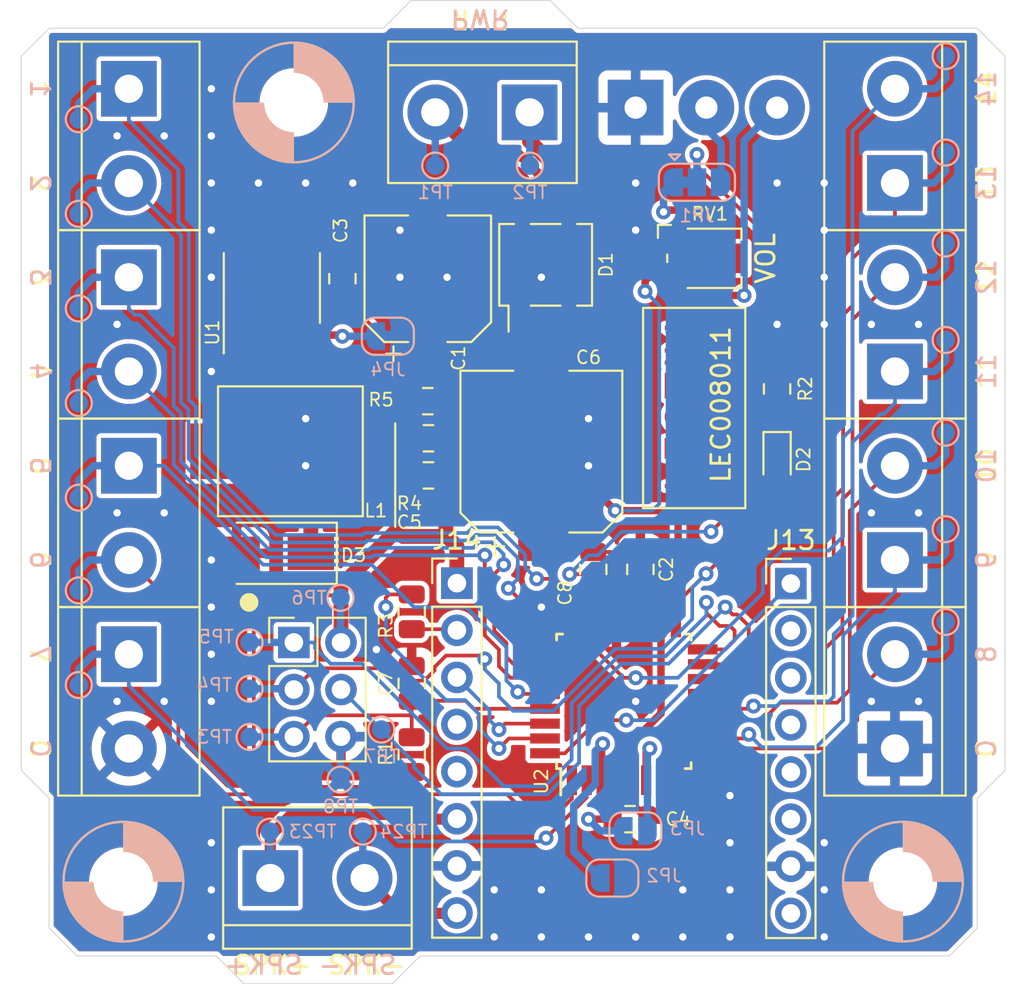
<source format=kicad_pcb>
(kicad_pcb (version 20211014) (generator pcbnew)
  (layers (0 "F.Cu" signal) (31 "B.Cu" signal) (34 "B.Paste" user) (35 "F.Paste" user) (36 "B.SilkS" user "B.Silkscreen") (37 "F.SilkS" user "F.Silkscreen") (38 "B.Mask" user) (39 "F.Mask" user) (44 "Edge.Cuts" user))
  (net 0 "")
  (net 1 "GND")
  (net 2 "Net-(C1-Pad1)")
  (net 3 "Net-(C2-Pad1)")
  (net 4 "+5V")
  (net 5 "/RESET")
  (net 6 "/SCK")
  (net 7 "Net-(D2-Pad1)")
  (net 8 "/DFP_BUSY")
  (net 15 "/SPK-")
  (net 16 "/SPK+")
  (net 19 "/DFP_TX")
  (net 20 "/DFP_RX")
  (net 21 "Net-(J2-Pad2)")
  (net 22 "/MOSI")
  (net 23 "/MISO")
  (net 24 "/S2")
  (net 25 "/S1")
  (net 26 "/S4")
  (net 27 "/S3")
  (net 28 "/S6")
  (net 29 "/S5")
  (net 30 "/S7")
  (net 31 "/S14")
  (net 32 "/S13")
  (net 33 "/S12")
  (net 34 "/S11")
  (net 35 "/S10")
  (net 36 "/S9")
  (net 37 "/S8")
  (net 38 "Net-(JP1-Pad1)")
  (net 39 "Net-(JP2-Pad2)")
  (net 40 "Net-(JP3-Pad2)")
  (net 41 "Net-(DF1-Pad2)")
  (net 42 "Net-(C5-Pad2)")
  (net 43 "Net-(D3-Pad1)")
  (net 44 "Net-(JP4-Pad1)")
  (net 45 "Net-(C8-Pad1)")
  (net 46 "Net-(D1-Pad4)")
  (net 47 "Net-(D1-Pad3)")
  (footprint "Capacitor_SMD:C_0805_2012Metric" (layer "F.Cu") (at 101.854 74.168 90)
    (fp_text reference "C2")
    (fp_text value "100nF")
  )
  (footprint "Capacitor_SMD:C_0805_2012Metric" (layer "F.Cu") (at 85.8 58.5 90)
    (fp_text reference "C3")
    (fp_text value "100nF")
  )
  (footprint "Capacitor_SMD:C_0805_2012Metric" (layer "F.Cu") (at 101.2975 87.63)
    (fp_text reference "C4")
    (fp_text value "100nF")
  )
  (footprint "Capacitor_SMD:CP_Elec_8x10.5" (layer "F.Cu") (at 96.52 67.818 90)
    (fp_text reference "C6")
    (fp_text value "1000uF")
  )
  (footprint "Capacitor_SMD:C_0805_2012Metric" (layer "F.Cu") (at 89.535 80.3125 90)
    (fp_text reference "C7")
    (fp_text value "DNP")
  )
  (footprint "LED_SMD:LED_0603_1608Metric" (layer "F.Cu") (at 109.22 68.2475 -90)
    (fp_text reference "D2")
    (fp_text value "LED")
  )
  (footprint "0_mechanical:MountingHole_3.2mm_M3" (layer "F.Cu") (at 83.185 49)
    (fp_text reference "H1" hide)
    (fp_text value "MountingHole")
  )
  (footprint "0_mechanical:MountingHole_3.2mm_M3" (layer "F.Cu") (at 116 91)
    (fp_text reference "H2" hide)
    (fp_text value "MountingHole")
  )
  (footprint "0_mechanical:MountingHole_3.2mm_M3" (layer "F.Cu") (at 74 91)
    (fp_text reference "H4" hide)
    (fp_text value "MountingHole")
  )
  (footprint "Connector_PinHeader_2.54mm:PinHeader_2x03_P2.54mm_Vertical" (layer "F.Cu") (at 83.185 78.105)
    (fp_text reference "J3" hide)
    (fp_text value "Conn_02x03_Odd_Even")
  )
  (footprint "Resistor_SMD:R_0805_2012Metric" (layer "F.Cu") (at 89.535 84.1525 90)
    (fp_text reference "R1")
    (fp_text value "10k")
  )
  (footprint "Resistor_SMD:R_0805_2012Metric" (layer "F.Cu") (at 109.22 64.4375 90)
    (fp_text reference "R2")
    (fp_text value "10k")
  )
  (footprint "Package_QFP:TQFP-32_7x7mm_P0.8mm" (layer "F.Cu") (at 100.965 81.28 90)
    (fp_text reference "U2")
    (fp_text value "ATmega88PB-AU")
  )
  (footprint "0_connectors:TerminalBlock_bornier-2_P5.08mm-green" (layer "F.Cu") (at 95.885 49.53 180)
    (fp_text reference "J1" hide)
    (fp_text value "Screw_Terminal_01x02")
  )
  (footprint "0_connectors:TerminalBlock_bornier-2_P5.08mm-blue" (layer "F.Cu") (at 74.295 48.26 -90)
    (fp_text reference "J4" hide)
    (fp_text value "Screw_Terminal_01x02")
  )
  (footprint "0_connectors:TerminalBlock_bornier-2_P5.08mm-blue" (layer "F.Cu") (at 74.295 58.42 -90)
    (fp_text reference "J5" hide)
    (fp_text value "Screw_Terminal_01x02")
  )
  (footprint "0_connectors:TerminalBlock_bornier-2_P5.08mm-blue" (layer "F.Cu") (at 74.295 68.58 -90)
    (fp_text reference "J6" hide)
    (fp_text value "Screw_Terminal_01x02")
  )
  (footprint "0_connectors:TerminalBlock_bornier-2_P5.08mm-blue" (layer "F.Cu") (at 74.295 78.74 -90)
    (fp_text reference "J7" hide)
    (fp_text value "Screw_Terminal_01x02")
  )
  (footprint "0_connectors:TerminalBlock_bornier-2_P5.08mm-blue" (layer "F.Cu") (at 115.57 53.34 90)
    (fp_text reference "J8" hide)
    (fp_text value "Screw_Terminal_01x02")
  )
  (footprint "0_connectors:TerminalBlock_bornier-2_P5.08mm-blue" (layer "F.Cu") (at 115.57 63.5 90)
    (fp_text reference "J9" hide)
    (fp_text value "Screw_Terminal_01x02")
  )
  (footprint "0_connectors:TerminalBlock_bornier-2_P5.08mm-blue" (layer "F.Cu") (at 115.57 73.66 90)
    (fp_text reference "J10" hide)
    (fp_text value "Screw_Terminal_01x02")
  )
  (footprint "0_connectors:TerminalBlock_bornier-2_P5.08mm-blue" (layer "F.Cu") (at 81.915 90.805)
    (fp_text reference "J12" hide)
    (fp_text value "Screw_Terminal_01x02")
  )
  (footprint "0_potentiometers:Potentiometer_Bourns_TC33X_Vertical" (layer "F.Cu") (at 105.4 57.4)
    (fp_text reference "RV1")
    (fp_text value "R_POT")
  )
  (footprint "0_logos:Logo_10mm" (layer "F.Cu") (at 104 65.532 90)
    (fp_text reference "LOGO1" hide)
    (fp_text value "logo_lectix_25mm" hide)
  )
  (footprint "Resistor_SMD:R_0805_2012Metric" (layer "F.Cu") (at 89.535 76.454 90)
    (fp_text reference "R3")
    (fp_text value "1k")
  )
  (footprint "0_connectors:TerminalBlock_bornier-2_P5.08mm-blue" (layer "F.Cu") (at 115.57 83.82 90)
    (fp_text reference "J11" hide)
    (fp_text value "Screw_Terminal_01x02")
  )
  (footprint "Connector_Wire:SolderWirePad_1x03_P3.81mm_Drill1.2mm" (layer "F.Cu") (at 101.6 49.276)
    (fp_text reference "J2" hide)
    (fp_text value "Conn_01x03_Female")
  )
  (footprint "Capacitor_SMD:C_0805_2012Metric" (layer "F.Cu") (at 90.4375 69.1 180)
    (fp_text reference "C5")
    (fp_text value "DNP")
  )
  (footprint "Diode_SMD:D_SMA" (layer "F.Cu") (at 82.1 73.3 180)
    (fp_text reference "D3")
    (fp_text value "100V 2A")
  )
  (footprint "0_inductors:JSHC0650-470M" (layer "F.Cu") (at 83 67.8 180)
    (fp_text reference "L1")
    (fp_text value "47uH")
  )
  (footprint "Resistor_SMD:R_0805_2012Metric" (layer "F.Cu") (at 90.4375 67.1 180)
    (fp_text reference "R4")
    (fp_text value "3k")
  )
  (footprint "Resistor_SMD:R_0805_2012Metric" (layer "F.Cu") (at 90.4 65.1)
    (fp_text reference "R5")
    (fp_text value "1k")
  )
  (footprint "Package_SO:SOP-8_3.76x4.96mm_P1.27mm" (layer "F.Cu") (at 82 59 90)
    (fp_text reference "U1")
    (fp_text value "XL1509-ADJE1")
  )
  (footprint "Capacitor_SMD:CP_Elec_6.3x7.7" (layer "F.Cu") (at 90.4 58.5 90)
    (fp_text reference "C1")
    (fp_text value "100uF")
  )
  (footprint "Capacitor_SMD:C_0805_2012Metric" (layer "F.Cu") (at 99.314 74.168 90)
    (fp_text reference "C8")
    (fp_text value "100nF")
  )
  (footprint "Package_TO_SOT_SMD:TO-269AA" (layer "F.Cu") (at 96.75 57.75 90)
    (fp_text reference "D1")
    (fp_text value "MB10S")
  )
  (footprint "Connector_PinHeader_2.54mm:PinHeader_1x08_P2.54mm_Vertical" (layer "F.Cu") (at 91.97 74.91)
    (fp_text reference "J14")
    (fp_text value "Conn_01x08_Male")
  )
  (footprint "Connector_PinHeader_2.54mm:PinHeader_1x08_P2.54mm_Vertical" (layer "F.Cu") (at 109.96 74.93)
    (fp_text reference "J13")
    (fp_text value "Conn_01x08_Male")
  )
  (footprint "Jumper:SolderJumper-3_P1.3mm_Bridged12_RoundedPad1.0x1.5mm" (layer "B.Cu") (at 104.9 53.3)
    (fp_text reference "JP1")
    (fp_text value "SolderJumper_3_Bridged12")
  )
  (footprint "Jumper:SolderJumper-2_P1.3mm_Open_RoundedPad1.0x1.5mm" (layer "B.Cu") (at 100.345 90.805 180)
    (fp_text reference "JP2")
    (fp_text value "SolderJumper_2_Open")
  )
  (footprint "Jumper:SolderJumper-2_P1.3mm_Open_RoundedPad1.0x1.5mm" (layer "B.Cu") (at 101.585 88.265)
    (fp_text reference "JP3")
    (fp_text value "SolderJumper_2_Open")
  )
  (footprint "TestPoint:TestPoint_Pad_D1.0mm" (layer "B.Cu") (at 90.8 52.4)
    (fp_text reference "TP1")
    (fp_text value "TestPoint_Probe")
  )
  (footprint "Jumper:SolderJumper-2_P1.3mm_Bridged_RoundedPad1.0x1.5mm" (layer "B.Cu") (at 88.25 61.6)
    (fp_text reference "JP4")
    (fp_text value "Jumper_NC_Small" hide)
  )
  (footprint "TestPoint:TestPoint_Pad_D1.0mm" (layer "B.Cu") (at 95.9 52.4)
    (fp_text reference "TP2")
    (fp_text value "TestPoint_Probe")
  )
  (footprint "TestPoint:TestPoint_Pad_D1.0mm" (layer "B.Cu") (at 80.8 83.2)
    (fp_text reference "TP3")
    (fp_text value "TestPoint_Probe")
  )
  (footprint "TestPoint:TestPoint_Pad_D1.0mm" (layer "B.Cu") (at 80.8 80.6)
    (fp_text reference "TP4")
    (fp_text value "TestPoint_Probe")
  )
  (footprint "TestPoint:TestPoint_Pad_D1.0mm" (layer "B.Cu") (at 80.8 78.1)
    (fp_text reference "TP5")
    (fp_text value "TestPoint_Probe")
  )
  (footprint "TestPoint:TestPoint_Pad_D1.0mm" (layer "B.Cu") (at 85.7 75.7)
    (fp_text reference "TP6")
    (fp_text value "TestPoint_Probe")
  )
  (footprint "TestPoint:TestPoint_Pad_D1.0mm" (layer "B.Cu") (at 87.9 82.8)
    (fp_text reference "TP7")
    (fp_text value "TestPoint_Probe")
  )
  (footprint "TestPoint:TestPoint_Pad_D1.0mm" (layer "B.Cu") (at 85.7 85.5)
    (fp_text reference "TP8")
    (fp_text value "TestPoint_Probe")
  )
  (footprint "TestPoint:TestPoint_Pad_D1.0mm" (layer "B.Cu") (at 71.6 49.9)
    (fp_text reference "TP9" hide)
    (fp_text value "TestPoint_Probe")
  )
  (footprint "TestPoint:TestPoint_Pad_D1.0mm" (layer "B.Cu") (at 71.6 55)
    (fp_text reference "TP10" hide)
    (fp_text value "TestPoint_Probe")
  )
  (footprint "TestPoint:TestPoint_Pad_D1.0mm" (layer "B.Cu") (at 71.6 60.1)
    (fp_text reference "TP11" hide)
    (fp_text value "TestPoint_Probe")
  )
  (footprint "TestPoint:TestPoint_Pad_D1.0mm" (layer "B.Cu") (at 71.6 65.2)
    (fp_text reference "TP12" hide)
    (fp_text value "TestPoint_Probe")
  )
  (footprint "TestPoint:TestPoint_Pad_D1.0mm" (layer "B.Cu") (at 71.6 70.3)
    (fp_text reference "TP13" hide)
    (fp_text value "TestPoint_Probe")
  )
  (footprint "TestPoint:TestPoint_Pad_D1.0mm" (layer "B.Cu") (at 71.6 75.3)
    (fp_text reference "TP14" hide)
    (fp_text value "TestPoint_Probe")
  )
  (footprint "TestPoint:TestPoint_Pad_D1.0mm" (layer "B.Cu") (at 71.6 80.4)
    (fp_text reference "TP15" hide)
    (fp_text value "TestPoint_Probe")
  )
  (footprint "TestPoint:TestPoint_Pad_D1.0mm" (layer "B.Cu") (at 118.3 77)
    (fp_text reference "TP16" hide)
    (fp_text value "TestPoint_Probe" hide)
  )
  (footprint "TestPoint:TestPoint_Pad_D1.0mm" (layer "B.Cu") (at 118.3 72)
    (fp_text reference "TP17" hide)
    (fp_text value "TestPoint_Probe" hide)
  )
  (footprint "TestPoint:TestPoint_Pad_D1.0mm" (layer "B.Cu") (at 118.3 66.8)
    (fp_text reference "TP18" hide)
    (fp_text value "TestPoint_Probe" hide)
  )
  (footprint "TestPoint:TestPoint_Pad_D1.0mm" (layer "B.Cu") (at 118.3 61.8)
    (fp_text reference "TP19" hide)
    (fp_text value "TestPoint_Probe" hide)
  )
  (footprint "TestPoint:TestPoint_Pad_D1.0mm" (layer "B.Cu") (at 118.3 56.6)
    (fp_text reference "TP20" hide)
    (fp_text value "TestPoint_Probe")
  )
  (footprint "TestPoint:TestPoint_Pad_D1.0mm" (layer "B.Cu") (at 118.3 51.7)
    (fp_text reference "TP21" hide)
    (fp_text value "TestPoint_Probe")
  )
  (footprint "TestPoint:TestPoint_Pad_D1.0mm" (layer "B.Cu") (at 118.3 46.5)
    (fp_text reference "TP22" hide)
    (fp_text value "TestPoint_Probe")
  )
  (footprint "TestPoint:TestPoint_Pad_D1.0mm" (layer "B.Cu") (at 81.9 88.3)
    (fp_text reference "TP23")
    (fp_text value "TestPoint_Probe")
  )
  (footprint "TestPoint:TestPoint_Pad_D1.0mm" (layer "B.Cu") (at 86.9 88.3)
    (fp_text reference "TP24")
    (fp_text value "TestPoint_Probe")
  )
  (gr_line (start 107.507 70.866) (end 102 70.866) (layer "F.SilkS") (width 0.12))
  (gr_circle (center 80.772 75.946) (end 81.026 75.946) (layer "F.SilkS") (width 0.5) (fill none))
  (gr_line (start 102 70.866) (end 102 60.071) (layer "F.SilkS") (width 0.12))
  (gr_line (start 102 60.071) (end 107.507 60.071) (layer "F.SilkS") (width 0.12))
  (gr_line (start 107.507 60.071) (end 107.507 70.866) (layer "F.SilkS") (width 0.12))
  (gr_line (start 88.646 66.294) (end 88.646 71.882) (layer "F.SilkS") (width 0.12))
  (gr_line (start 70 93.5) (end 70 86.5) (layer "Edge.Cuts") (width 0.05))
  (gr_line (start 79 95) (end 71.5 95) (layer "Edge.Cuts") (width 0.05))
  (gr_line (start 121.5 46.5) (end 120 45) (layer "Edge.Cuts") (width 0.05))
  (gr_line (start 98.5 45) (end 120 45) (layer "Edge.Cuts") (width 0.05))
  (gr_line (start 120 93.5) (end 118.5 95) (layer "Edge.Cuts") (width 0.05))
  (gr_line (start 68.5 46.5) (end 68.5 85) (layer "Edge.Cuts") (width 0.05))
  (gr_line (start 68.5 85) (end 70 86.5) (layer "Edge.Cuts") (width 0.05))
  (gr_line (start 70 45) (end 88 45) (layer "Edge.Cuts") (width 0.05))
  (gr_line (start 70 93.5) (end 71.5 95) (layer "Edge.Cuts") (width 0.05))
  (gr_line (start 98.5 45) (end 97 43.5) (layer "Edge.Cuts") (width 0.05))
  (gr_line (start 80.5 96.5) (end 88.5 96.5) (layer "Edge.Cuts") (width 0.05))
  (gr_line (start 121.5 47.5) (end 121.5 46.5) (layer "Edge.Cuts") (width 0.05))
  (gr_line (start 88.5 96.5) (end 90 95) (layer "Edge.Cuts") (width 0.05))
  (gr_line (start 120 86.5) (end 121.5 85) (layer "Edge.Cuts") (width 0.05))
  (gr_line (start 121.5 85) (end 121.5 47.5) (layer "Edge.Cuts") (width 0.05))
  (gr_line (start 97 43.5) (end 89.5 43.5) (layer "Edge.Cuts") (width 0.05))
  (gr_line (start 120 86.5) (end 120 93.5) (layer "Edge.Cuts") (width 0.05))
  (gr_line (start 89.5 43.5) (end 88 45) (layer "Edge.Cuts") (width 0.05))
  (gr_line (start 118.5 95) (end 90 95) (layer "Edge.Cuts") (width 0.05))
  (gr_line (start 79 95) (end 80.5 96.5) (layer "Edge.Cuts") (width 0.05))
  (gr_line (start 70 45) (end 68.5 46.5) (layer "Edge.Cuts") (width 0.05))
  (gr_text "13" (at 120.5 53.34 90) (layer "B.SilkS") (effects (font (size 1 1)) (justify mirror)))
  (gr_text "9" (at 120.5 73.66 90) (layer "B.SilkS") (effects (font (size 1 1)) (justify mirror)))
  (gr_text "C\n" (at 120.5 83.82 90) (layer "B.SilkS") (effects (font (size 1 1)) (justify mirror)))
  (gr_text "1" (at 69.5 48.26 270) (layer "B.SilkS") (effects (font (size 1 1)) (justify mirror)))
  (gr_text "4" (at 69.5 63.5 270) (layer "B.SilkS") (effects (font (size 1 1)) (justify mirror)))
  (gr_text "3" (at 69.5 58.42 270) (layer "B.SilkS") (effects (font (size 1 1)) (justify mirror)))
  (gr_text "6" (at 69.5 73.66 270) (layer "B.SilkS") (effects (font (size 1 1)) (justify mirror)))
  (gr_text "12" (at 120.5 58.42 90) (layer "B.SilkS") (effects (font (size 1 1)) (justify mirror)))
  (gr_text "10\n" (at 120.5 68.58 90) (layer "B.SilkS") (effects (font (size 1 1)) (justify mirror)))
  (gr_text "C\n" (at 69.5 83.82 270) (layer "B.SilkS") (effects (font (size 1 1)) (justify mirror)))
  (gr_text "SPK-" (at 86.614 95.5) (layer "B.SilkS") (effects (font (size 1 1)) (justify mirror)))
  (gr_text "2\n" (at 69.5 53.34 270) (layer "B.SilkS") (effects (font (size 1 1)) (justify mirror)))
  (gr_text "11" (at 120.5 63.5 90) (layer "B.SilkS") (effects (font (size 1 1)) (justify mirror)))
  (gr_text "SPK+" (at 81.534 95.5) (layer "B.SilkS") (effects (font (size 1 1)) (justify mirror)))
  (gr_text "PWR\n" (at 93.218 44.5 180) (layer "B.SilkS") (effects (font (size 1 1)) (justify mirror)))
  (gr_text "14" (at 120.5 48.26 90) (layer "B.SilkS") (effects (font (size 1 1)) (justify mirror)))
  (gr_text "7" (at 69.5 78.74 270) (layer "B.SilkS") (effects (font (size 1 1)) (justify mirror)))
  (gr_text "8" (at 120.5 78.74 90) (layer "B.SilkS") (effects (font (size 1 1)) (justify mirror)))
  (gr_text "5" (at 69.5 68.58 270) (layer "B.SilkS") (effects (font (size 1 1)) (justify mirror)))
  (gr_text "SPK-" (at 87.114 95.5) (layer "F.SilkS") (effects (font (size 1 1))))
  (gr_text "SPK+" (at 82.034 95.5) (layer "F.SilkS") (effects (font (size 1 1))))
  (gr_text "5" (at 69.5 68.58 270) (layer "F.SilkS") (effects (font (size 1 1))))
  (gr_text "C\n" (at 69.5 83.82 270) (layer "F.SilkS") (effects (font (size 1 1))))
  (gr_text "4" (at 69.5 63.5 270) (layer "F.SilkS") (effects (font (size 1 1))))
  (gr_text "3" (at 69.5 58.42 270) (layer "F.SilkS") (effects (font (size 1 1))))
  (gr_text "6" (at 69.5 73.66 270) (layer "F.SilkS") (effects (font (size 1 1))))
  (gr_text "2\n" (at 69.5 53.34 270) (layer "F.SilkS") (effects (font (size 1 1))))
  (gr_text "1" (at 69.5 48.26 270) (layer "F.SilkS") (effects (font (size 1 1))))
  (gr_text "7" (at 69.5 78.74 270) (layer "F.SilkS") (effects (font (size 1 1))))
  (gr_text "C\n" (at 120.5 83.82 90) (layer "F.SilkS") (effects (font (size 1 1))))
  (gr_text "9" (at 120.5 73.66 90) (layer "F.SilkS") (effects (font (size 1 1))))
  (gr_text "12" (at 120.5 58.42 90) (layer "F.SilkS") (effects (font (size 1 1))))
  (gr_text "8" (at 120.5 78.74 90) (layer "F.SilkS") (effects (font (size 1 1))))
  (gr_text "11" (at 120.5 63.5 90) (layer "F.SilkS") (effects (font (size 1 1))))
  (gr_text "13" (at 120.5 53.34 90) (layer "F.SilkS") (effects (font (size 1 1))))
  (gr_text "14" (at 120.5 48.26 90) (layer "F.SilkS") (effects (font (size 1 1))))
  (gr_text "10\n" (at 120.5 68.58 90) (layer "F.SilkS") (effects (font (size 1 1))))
  (gr_text "PWR\n" (at 93.218 44.5 180) (layer "F.SilkS") (effects (font (size 1 1))))
  (gr_text "VOL\n" (at 108.6 57.4 90) (layer "F.SilkS") (effects (font (size 1 1))))
  (gr_text "LEC008011\n\n" (at 107 65.278 90) (layer "F.SilkS") (effects (font (size 1 1))))
  (segment (start 88.735 79.375) (end 88.646 79.286) (width 0.2) (layer "F.Cu") (net 1))
  (segment (start 87.846 78.486) (end 87.63 78.486) (width 0.2) (layer "F.Cu") (net 1))
  (segment (start 89.535 79.375) (end 88.735 79.375) (width 0.2) (layer "F.Cu") (net 1))
  (segment (start 100.3705 73.2305) (end 99.314 73.2305) (width 0.2) (layer "F.Cu") (net 1))
  (segment (start 100.565 73.425) (end 100.3705 73.2305) (width 0.2) (layer "F.Cu") (net 1))
  (segment (start 100.7595 73.2305) (end 101.854 73.2305) (width 0.2) (layer "F.Cu") (net 1))
  (segment (start 100.565 73.425) (end 100.7595 73.2305) (width 0.2) (layer "F.Cu") (net 1))
  (segment (start 88.646 79.286) (end 87.846 78.486) (width 0.2) (layer "F.Cu") (net 1))
  (segment (start 101.365 85.53) (end 101.365 86.76) (width 0.4) (layer "F.Cu") (net 1))
  (segment (start 91.965 89.645) (end 91.965 90.17) (width 0.2) (layer "F.Cu") (net 1))
  (segment (start 101.365 86.76) (end 102.235 87.63) (width 0.4) (layer "F.Cu") (net 1))
  (segment (start 100.565 77.03) (end 100.565 73.425) (width 0.2) (layer "F.Cu") (net 1))
  (via (at 111.76 88.9) (size 0.8) (drill 0.4) (layers "F.Cu" "B.Cu") (net 1))
  (via (at 76.2 50.8) (size 0.8) (drill 0.4) (layers "F.Cu" "B.Cu") (net 1))
  (via (at 111.76 60.96) (size 0.8) (drill 0.4) (layers "F.Cu" "B.Cu") (net 1))
  (via (at 111.76 91.44) (size 0.8) (drill 0.4) (layers "F.Cu" "B.Cu") (net 1))
  (via (at 76.2 71.12) (size 0.8) (drill 0.4) (layers "F.Cu" "B.Cu") (net 1))
  (via (at 111.76 53.34) (size 0.8) (drill 0.4) (layers "F.Cu" "B.Cu") (net 1))
  (via (at 78.74 91.44) (size 0.8) (drill 0.4) (layers "F.Cu" "B.Cu") (net 1))
  (via (at 114.3 71.12) (size 0.8) (drill 0.4) (layers "F.Cu" "B.Cu") (net 1))
  (via (at 78.74 55.88) (size 0.8) (drill 0.4) (layers "F.Cu" "B.Cu") (net 1))
  (via (at 101.6 81.28) (size 0.8) (drill 0.4) (layers "F.Cu" "B.Cu") (net 1))
  (via (at 78.74 63.5) (size 0.8) (drill 0.4) (layers "F.Cu" "B.Cu") (net 1))
  (via (at 78.74 53.34) (size 0.8) (drill 0.4) (layers "F.Cu" "B.Cu") (net 1))
  (via (at 78.74 73.66) (size 0.8) (drill 0.4) (layers "F.Cu" "B.Cu") (net 1))
  (via (at 88.9 58.42) (size 0.8) (drill 0.4) (layers "F.Cu" "B.Cu") (net 1))
  (via (at 109.22 60.96) (size 0.8) (drill 0.4) (layers "F.Cu" "B.Cu") (net 1))
  (via (at 114.3 81.28) (size 0.8) (drill 0.4) (layers "F.Cu" "B.Cu") (net 1))
  (via (at 91.44 58.42) (size 0.8) (drill 0.4) (layers "F.Cu" "B.Cu") (net 1))
  (via (at 83.82 53.34) (size 0.8) (drill 0.4) (layers "F.Cu" "B.Cu") (net 1))
  (via (at 83.82 68.58) (size 0.8) (drill 0.4) (layers "F.Cu" "B.Cu") (net 1))
  (via (at 101.6 53.34) (size 0.8) (drill 0.4) (layers "F.Cu" "B.Cu") (net 1))
  (via (at 86.36 53.34) (size 0.8) (drill 0.4) (layers "F.Cu" "B.Cu") (net 1))
  (via (at 111.76 93.98) (size 0.8) (drill 0.4) (layers "F.Cu" "B.Cu") (net 1))
  (via (at 99.06 68.58) (size 0.8) (drill 0.4) (layers "F.Cu" "B.Cu") (net 1))
  (via (at 99.06 66.04) (size 0.8) (drill 0.4) (layers "F.Cu" "B.Cu") (net 1))
  (via (at 78.74 58.42) (size 0.8) (drill 0.4) (layers "F.Cu" "B.Cu") (net 1))
  (via (at 114.3 60.96) (size 0.8) (drill 0.4) (layers "F.Cu" "B.Cu") (net 1))
  (via (at 93.98 91.44) (size 0.8) (drill 0.4) (layers "F.Cu" "B.Cu") (net 1))
  (via (at 106.68 86.36) (size 0.8) (drill 0.4) (layers "F.Cu" "B.Cu") (net 1))
  (via (at 78.74 76.2) (size 0.8) (drill 0.4) (layers "F.Cu" "B.Cu") (net 1))
  (via (at 93.98 93.98) (size 0.8) (drill 0.4) (layers "F.Cu" "B.Cu") (net 1))
  (via (at 111.76 55.88) (size 0.8) (drill 0.4) (layers "F.Cu" "B.Cu") (net 1))
  (via (at 78.74 93.98) (size 0.8) (drill 0.4) (layers "F.Cu" "B.Cu") (net 1))
  (via (at 106.68 93.98) (size 0.8) (drill 0.4) (layers "F.Cu" "B.Cu") (net 1))
  (via (at 106.68 88.9) (size 0.8) (drill 0.4) (layers "F.Cu" "B.Cu") (net 1))
  (via (at 81.28 53.34) (size 0.8) (drill 0.4) (layers "F.Cu" "B.Cu") (net 1))
  (via (at 101.6 55.88) (size 0.8) (drill 0.4) (layers "F.Cu" "B.Cu") (net 1))
  (via (at 104.14 91.44) (size 0.8) (drill 0.4) (layers "F.Cu" "B.Cu") (net 1))
  (via (at 78.74 50.8) (size 0.8) (drill 0.4) (layers "F.Cu" "B.Cu") (net 1))
  (via (at 76.2 81.28) (size 0.8) (drill 0.4) (layers "F.Cu" "B.Cu") (net 1))
  (via (at 106.68 91.44) (size 0.8) (drill 0.4) (layers "F.Cu" "B.Cu") (net 1))
  (via (at 87.63 78.486) (size 0.8) (drill 0.4) (layers "F.Cu" "B.Cu") (net 1))
  (via (at 78.74 48.26) (size 0.8) (drill 0.4) (layers "F.Cu" "B.Cu") (net 1))
  (via (at 73.66 60.96) (size 0.8) (drill 0.4) (layers "F.Cu" "B.Cu") (net 1))
  (via (at 83.82 66.04) (size 0.8) (drill 0.4) (layers "F.Cu" "B.Cu") (net 1))
  (via (at 73.66 71.12) (size 0.8) (drill 0.4) (layers "F.Cu" "B.Cu") (net 1))
  (via (at 116.84 71.12) (size 0.8) (drill 0.4) (layers "F.Cu" "B.Cu") (net 1))
  (via (at 96.52 58.42) (size 0.8) (drill 0.4) (layers "F.Cu" "B.Cu") (net 1))
  (via (at 116.84 60.96) (size 0.8) (drill 0.4) (layers "F.Cu" "B.Cu") (net 1))
  (via (at 111.76 58.42) (size 0.8) (drill 0.4) (layers "F.Cu" "B.Cu") (net 1))
  (via (at 104.14 93.98) (size 0.8) (drill 0.4) (layers "F.Cu" "B.Cu") (net 1))
  (via (at 96.52 91.44) (size 0.8) (drill 0.4) (layers "F.Cu" "B.Cu") (net 1))
  (via (at 101.6 93.98) (size 0.8) (drill 0.4) (layers "F.Cu" "B.Cu") (net 1))
  (via (at 99.06 93.98) (size 0.8) (drill 0.4) (layers "F.Cu" "B.Cu") (net 1))
  (via (at 78.74 81.28) (size 0.8) (drill 0.4) (layers "F.Cu" "B.Cu") (net 1))
  (via (at 78.74 88.9) (size 0.8) (drill 0.4) (layers "F.Cu" "B.Cu") (net 1))
  (via (at 109.22 53.34) (size 0.8) (drill 0.4) (layers "F.Cu" "B.Cu") (net 1))
  (via (at 73.66 50.8) (size 0.8) (drill 0.4) (layers "F.Cu" "B.Cu") (net 1))
  (via (at 88.9 55.88) (size 0.8) (drill 0.4) (layers "F.Cu" "B.Cu") (net 1))
  (via (at 116.84 81.28) (size 0.8) (drill 0.4) (layers "F.Cu" "B.Cu") (net 1))
  (via (at 96.52 93.98) (size 0.8) (drill 0.4) (layers "F.Cu" "B.Cu") (net 1))
  (via (at 73.66 81.28) (size 0.8) (drill 0.4) (layers "F.Cu" "B.Cu") (net 1))
  (via (at 96.52 76.2) (size 0.8) (drill 0.4) (layers "F.Cu" "B.Cu") (net 1))
  (via (at 78.74 78.74) (size 0.8) (drill 0.4) (layers "F.Cu" "B.Cu") (net 1))
  (segment (start 85.7 83.21) (end 85.725 83.185) (width 0.4) (layer "B.Cu") (net 1))
  (segment (start 85.7 85.5) (end 85.7 83.21) (width 0.4) (layer "B.Cu") (net 1))
  (segment (start 93 61.2) (end 90.4 61.2) (width 0.8) (layer "F.Cu") (net 2))
  (segment (start 85.8 59.4375) (end 80.3625 59.4375) (width 0.8) (layer "F.Cu") (net 2))
  (segment (start 87.2375 59.4375) (end 85.8 59.4375) (width 0.8) (layer "F.Cu") (net 2))
  (segment (start 90.4 61.2) (end 88.6 61.2) (width 0.8) (layer "F.Cu") (net 2))
  (segment (start 93.375 60.825) (end 95.48 60.825) (width 0.8) (layer "F.Cu") (net 2))
  (segment (start 87.7 60.3) (end 87.7 59.9) (width 0.8) (layer "F.Cu") (net 2))
  (segment (start 88.6 61.2) (end 87.7 60.3) (width 0.8) (layer "F.Cu") (net 2))
  (segment (start 87.7 59.9) (end 87.2375 59.4375) (width 0.8) (layer "F.Cu") (net 2))
  (segment (start 80.3625 59.4375) (end 80.095 59.705) (width 0.8) (layer "F.Cu") (net 2))
  (segment (start 80.095 59.705) (end 80.095 61.5375) (width 0.8) (layer "F.Cu") (net 2))
  (segment (start 93 61.2) (end 93.375 60.825) (width 0.8) (layer "F.Cu") (net 2))
  (segment (start 101.365 75.5945) (end 101.854 75.1055) (width 0.2) (layer "F.Cu") (net 3))
  (segment (start 101.365 77.03) (end 101.365 75.5945) (width 0.2) (layer "F.Cu") (net 3))
  (segment (start 91.44 72.39) (end 91.965 72.915) (width 0.8) (layer "F.Cu") (net 4))
  (segment (start 82.587991 85.889991) (end 81.026 84.328) (width 0.2) (layer "F.Cu") (net 4))
  (segment (start 97 69.6) (end 91.75 69.6) (width 0.8) (layer "F.Cu") (net 4))
  (segment (start 91.375 69.1) (end 91.375 69.975) (width 0.8) (layer "F.Cu") (net 4))
  (segment (start 91.375 69.975) (end 91.375 72.325) (width 0.8) (layer "F.Cu") (net 4))
  (segment (start 100.565 84.33) (end 102.965 81.93) (width 0.4) (layer "F.Cu") (net 4))
  (segment (start 88.72975 71.19175) (end 88.72975 72.05225) (width 0.8) (layer "F.Cu") (net 4))
  (segment (start 100.36 87.63) (end 99.06 87.63) (width 0.4) (layer "F.Cu") (net 4))
  (segment (start 100.5 71) (end 99.1 69.6) (width 0.4) (layer "F.Cu") (net 4))
  (segment (start 91.375 72.325) (end 91.44 72.39) (width 0.8) (layer "F.Cu") (net 4))
  (segment (start 102.965 77.03) (end 102.965 75.83) (width 0.4) (layer "F.Cu") (net 4))
  (segment (start 102.324315 58.4) (end 103.6 58.4) (width 0.4) (layer "F.Cu") (net 4))
  (segment (start 100.565 87.425) (end 100.36 87.63) (width 0.4) (layer "F.Cu") (net 4))
  (segment (start 102.965 81.93) (end 102.965 78.23) (width 0.4) (layer "F.Cu") (net 4))
  (segment (start 100.565 85.53) (end 100.565 84.33) (width 0.4) (layer "F.Cu") (net 4))
  (segment (start 88.72975 72.05225) (end 89.0675 72.39) (width 0.8) (layer "F.Cu") (net 4))
  (segment (start 99.1 69.6) (end 97 69.6) (width 0.4) (layer "F.Cu") (net 4))
  (segment (start 91.965 72.915) (end 91.965 74.93) (width 0.8) (layer "F.Cu") (net 4))
  (segment (start 89.535 85.09) (end 88.735009 85.889991) (width 0.2) (layer "F.Cu") (net 4))
  (segment (start 103.886 71.286) (end 103.6 71) (width 0.4) (layer "F.Cu") (net 4))
  (segment (start 105.1 58.4) (end 103.6 58.4) (width 0.4) (layer "F.Cu") (net 4))
  (segment (start 100.565 85.53) (end 100.565 87.425) (width 0.4) (layer "F.Cu") (net 4))
  (segment (start 81.026 76.2) (end 81.661 75.565) (width 0.2) (layer "F.Cu") (net 4))
  (segment (start 88.735009 85.889991) (end 82.587991 85.889991) (width 0.2) (layer "F.Cu") (net 4))
  (segment (start 107.442 59.4) (end 106.1 59.4) (width 0.4) (layer "F.Cu") (net 4))
  (segment (start 103.886 74.909) (end 103.886 71.286) (width 0.4) (layer "F.Cu") (net 4))
  (segment (start 81.661 75.565) (end 85.725 75.565) (width 0.2) (layer "F.Cu") (net 4))
  (segment (start 91.75 69.6) (end 91.375 69.975) (width 0.8) (layer "F.Cu") (net 4))
  (segment (start 103.6 71) (end 100.5 71) (width 0.4) (layer "F.Cu") (net 4))
  (segment (start 86.9 69.362) (end 88.72975 71.19175) (width 0.8) (layer "F.Cu") (net 4))
  (segment (start 81.026 84.328) (end 81.026 76.2) (width 0.2) (layer "F.Cu") (net 4))
  (segment (start 102.108 59.182) (end 102.108 58.616315) (width 0.4) (layer "F.Cu") (net 4))
  (segment (start 85.725 75.057) (end 88.72975 72.05225) (width 0.8) (layer "F.Cu") (net 4))
  (segment (start 106.1 59.4) (end 105.1 58.4) (width 0.4) (layer "F.Cu") (net 4))
  (segment (start 102.108 58.616315) (end 102.324315 58.4) (width 0.4) (layer "F.Cu") (net 4))
  (segment (start 91.375 67.1) (end 91.375 69.1) (width 0.8) (layer "F.Cu") (net 4))
  (segment (start 85.725 75.565) (end 85.725 75.057) (width 0.8) (layer "F.Cu") (net 4))
  (segment (start 86.9 67.8) (end 86.9 69.362) (width 0.8) (layer "F.Cu") (net 4))
  (segment (start 102.965 78.23) (end 102.965 77.03) (width 0.4) (layer "F.Cu") (net 4))
  (segment (start 89.0675 72.39) (end 91.44 72.39) (width 0.8) (layer "F.Cu") (net 4))
  (segment (start 102.965 75.83) (end 103.886 74.909) (width 0.4) (layer "F.Cu") (net 4))
  (segment (start 85.725 78.105) (end 85.725 75.565) (width 0.8) (layer "F.Cu") (net 4))
  (via (at 99.06 87.63) (size 0.8) (drill 0.4) (layers "F.Cu" "B.Cu") (net 4))
  (via (at 107.442 59.4) (size 0.8) (drill 0.4) (layers "F.Cu" "B.Cu") (net 4))
  (via (at 100.5 71) (size 0.8) (drill 0.4) (layers "F.Cu" "B.Cu") (net 4))
  (via (at 102.108 59.182) (size 0.8) (drill 0.4) (layers "F.Cu" "B.Cu") (net 4))
  (segment (start 100.935 88.265) (end 99.695 88.265) (width 0.4) (layer "B.Cu") (net 4))
  (segment (start 102.87 70.63) (end 102.5 71) (width 0.2) (layer "B.Cu") (net 4))
  (segment (start 99.695 88.265) (end 99.06 87.63) (width 0.4) (layer "B.Cu") (net 4))
  (segment (start 85.7 75.7) (end 85.7 78.08) (width 0.4) (layer "B.Cu") (net 4))
  (segment (start 85.7 78.08) (end 85.725 78.105) (width 0.4) (layer "B.Cu") (net 4))
  (segment (start 102.87 59.944) (end 102.87 70.63) (width 0.2) (layer "B.Cu") (net 4))
  (segment (start 102.108 59.182) (end 102.87 59.944) (width 0.2) (layer "B.Cu") (net 4))
  (segment (start 102.5 71) (end 100.5 71) (width 0.2) (layer "B.Cu") (net 4))
  (segment (start 107.442 59.4) (end 107.442 51.054) (width 0.4) (layer "B.Cu") (net 4))
  (segment (start 107.442 51.054) (end 109.22 49.276) (width 0.4) (layer "B.Cu") (net 4))
  (segment (start 84.335001 82.034999) (end 89.415001 82.034999) (width 0.2) (layer "F.Cu") (net 5))
  (segment (start 89.415001 82.034999) (end 89.535 81.915) (width 0.2) (layer "F.Cu") (net 5))
  (segment (start 96.715 81.68) (end 92.871002 81.68) (width 0.2) (layer "F.Cu") (net 5))
  (segment (start 89.535 83.215) (end 89.535 81.915) (width 0.2) (layer "F.Cu") (net 5))
  (segment (start 92.871002 81.68) (end 92.441002 81.25) (width 0.2) (layer "F.Cu") (net 5))
  (segment (start 92.441002 81.25) (end 89.535 81.25) (width 0.2) (layer "F.Cu") (net 5))
  (segment (start 83.185 83.185) (end 84.335001 82.034999) (width 0.2) (layer "F.Cu") (net 5))
  (segment (start 89.535 81.915) (end 89.535 81.25) (width 0.2) (layer "F.Cu") (net 5))
  (segment (start 83.17 83.2) (end 83.185 83.185) (width 0.4) (layer "B.Cu") (net 5))
  (segment (start 80.8 83.2) (end 83.17 83.2) (width 0.4) (layer "B.Cu") (net 5))
  (segment (start 103.765 77.03) (end 103.765 76.03) (width 0.2) (layer "F.Cu") (net 6))
  (segment (start 88.130999 79.494999) (end 88.79851 80.16251) (width 0.2) (layer "F.Cu") (net 6))
  (segment (start 103.765 76.03) (end 105.3915 74.4035) (width 0.2) (layer "F.Cu") (net 6))
  (segment (start 88.79851 80.16251) (end 90.216484 80.16251) (width 0.2) (layer "F.Cu") (net 6))
  (segment (start 90.764999 79.613995) (end 90.764999 79.433999) (width 0.2) (layer "F.Cu") (net 6))
  (segment (start 84.335001 79.494999) (end 88.130999 79.494999) (width 0.2) (layer "F.Cu") (net 6))
  (segment (start 105.3915 74.4035) (end 109.22 70.575) (width 0.2) (layer "F.Cu") (net 6))
  (segment (start 93.287999 78.809999) (end 93.472 78.994) (width 0.2) (layer "F.Cu") (net 6))
  (segment (start 109.22 70.575) (end 109.22 69.7725) (width 0.2) (layer "F.Cu") (net 6))
  (segment (start 90.216484 80.16251) (end 90.764999 79.613995) (width 0.2) (layer "F.Cu") (net 6))
  (segment (start 109.22 69.7725) (end 109.22 69.185) (width 0.2) (layer "F.Cu") (net 6))
  (segment (start 91.388999 78.809999) (end 93.287999 78.809999) (width 0.2) (layer "F.Cu") (net 6))
  (segment (start 90.764999 79.433999) (end 91.388999 78.809999) (width 0.2) (layer "F.Cu") (net 6))
  (segment (start 83.185 80.645) (end 84.335001 79.494999) (width 0.2) (layer "F.Cu") (net 6))
  (via (at 93.472 78.994) (size 0.8) (drill 0.4) (layers "F.Cu" "B.Cu") (net 6))
  (via (at 105.3915 74.4035) (size 0.8) (drill 0.4) (layers "F.Cu" "B.Cu") (net 6))
  (segment (start 93.472 79.559685) (end 94.234 80.321685) (width 0.2) (layer "B.Cu") (net 6))
  (segment (start 94.996 81.788) (end 97.166603 81.788) (width 0.2) (layer "B.Cu") (net 6))
  (segment (start 94.234 80.321685) (end 94.234 81.026) (width 0.2) (layer "B.Cu") (net 6))
  (segment (start 104.648 75.147) (end 105.3915 74.4035) (width 0.2) (layer "B.Cu") (net 6))
  (segment (start 93.472 78.994) (end 93.472 79.559685) (width 0.2) (layer "B.Cu") (net 6))
  (segment (start 94.234 81.026) (end 94.996 81.788) (width 0.2) (layer "B.Cu") (net 6))
  (segment (start 104.648 76.846604) (end 104.648 75.147) (width 0.2) (layer "B.Cu") (net 6))
  (segment (start 100.506622 78.44798) (end 103.046624 78.44798) (width 0.2) (layer "B.Cu") (net 6))
  (segment (start 83.14 80.6) (end 83.185 80.645) (width 0.4) (layer "B.Cu") (net 6))
  (segment (start 103.046624 78.44798) (end 104.648 76.846604) (width 0.2) (layer "B.Cu") (net 6))
  (segment (start 80.8 80.6) (end 83.14 80.6) (width 0.4) (layer "B.Cu") (net 6))
  (segment (start 97.166603 81.788) (end 100.506622 78.44798) (width 0.2) (layer "B.Cu") (net 6))
  (segment (start 109.22 65.375) (end 109.22 67.31) (width 0.2) (layer "F.Cu") (net 7))
  (segment (start 99.568 82.296) (end 101.092 82.296) (width 0.2) (layer "F.Cu") (net 8))
  (segment (start 96.715 84.08) (end 97.784 84.08) (width 0.2) (layer "F.Cu") (net 8))
  (segment (start 97.784 84.08) (end 99.568 82.296) (width 0.2) (layer "F.Cu") (net 8))
  (via (at 101.092 82.296) (size 0.8) (drill 0.4) (layers "F.Cu" "B.Cu") (net 8))
  (segment (start 101.092 82.296) (end 102.599 82.296) (width 0.2) (layer "B.Cu") (net 8))
  (segment (start 102.599 82.296) (end 109.965 74.93) (width 0.2) (layer "B.Cu") (net 8))
  (segment (start 91.965 92.71) (end 88.9 92.71) (width 0.6) (layer "F.Cu") (net 15))
  (segment (start 88.9 92.71) (end 86.995 90.805) (width 0.6) (layer "F.Cu") (net 15))
  (segment (start 86.9 88.3) (end 86.9 90.71) (width 0.4) (layer "B.Cu") (net 15))
  (segment (start 86.9 90.71) (end 86.995 90.805) (width 0.4) (layer "B.Cu") (net 15))
  (segment (start 81.915 88.519) (end 81.915 90.805) (width 0.6) (layer "F.Cu") (net 16))
  (segment (start 90.692208 87.63) (end 90.438208 87.376) (width 0.6) (layer "F.Cu") (net 16))
  (segment (start 83.058 87.376) (end 81.915 88.519) (width 0.6) (layer "F.Cu") (net 16))
  (segment (start 91.965 87.63) (end 90.692208 87.63) (width 0.6) (layer "F.Cu") (net 16))
  (segment (start 90.438208 87.376) (end 83.058 87.376) (width 0.6) (layer "F.Cu") (net 16))
  (segment (start 81.9 90.79) (end 81.915 90.805) (width 0.4) (layer "B.Cu") (net 16))
  (segment (start 81.9 88.3) (end 81.9 90.79) (width 0.4) (layer "B.Cu") (net 16))
  (segment (start 94.558 82.48) (end 94.234 82.804) (width 0.2) (layer "F.Cu") (net 19))
  (segment (start 96.715 82.48) (end 94.558 82.48) (width 0.2) (layer "F.Cu") (net 19))
  (via (at 94.234 82.804) (size 0.8) (drill 0.4) (layers "F.Cu" "B.Cu") (net 19))
  (segment (start 94.234 82.804) (end 93.726 82.296) (width 0.2) (layer "B.Cu") (net 19))
  (segment (start 93.726 81.771) (end 91.965 80.01) (width 0.2) (layer "B.Cu") (net 19))
  (segment (start 93.726 82.296) (end 93.726 81.771) (width 0.2) (layer "B.Cu") (net 19))
  (segment (start 94.774 83.28) (end 94.234 83.82) (width 0.2) (layer "F.Cu") (net 20))
  (segment (start 88.138 76.2) (end 88.138 75.692) (width 0.2) (layer "F.Cu") (net 20))
  (segment (start 88.3135 75.5165) (end 89.535 75.5165) (width 0.2) (layer "F.Cu") (net 20))
  (segment (start 88.138 75.692) (end 88.3135 75.5165) (width 0.2) (layer "F.Cu") (net 20))
  (segment (start 96.715 83.28) (end 94.774 83.28) (width 0.2) (layer "F.Cu") (net 20))
  (via (at 88.138 76.2) (size 0.8) (drill 0.4) (layers "F.Cu" "B.Cu") (net 20))
  (via (at 94.234 83.82) (size 0.8) (drill 0.4) (layers "F.Cu" "B.Cu") (net 20))
  (segment (start 91.370001 81.210001) (end 88.138 77.978) (width 0.2) (layer "B.Cu") (net 20))
  (segment (start 88.138 77.978) (end 88.138 76.2) (width 0.2) (layer "B.Cu") (net 20))
  (segment (start 92.401003 81.210001) (end 91.370001 81.210001) (width 0.2) (layer "B.Cu") (net 20))
  (segment (start 93.165001 82.751001) (end 93.165001 81.973999) (width 0.2) (layer "B.Cu") (net 20))
  (segment (start 93.165001 81.973999) (end 92.401003 81.210001) (width 0.2) (layer "B.Cu") (net 20))
  (segment (start 94.234 83.82) (end 93.165001 82.751001) (width 0.2) (layer "B.Cu") (net 20))
  (segment (start 105.41 50.41) (end 106.2 51.2) (width 0.4) (layer "B.Cu") (net 21))
  (segment (start 105.41 49.276) (end 105.41 50.41) (width 0.4) (layer "B.Cu") (net 21))
  (segment (start 106.2 51.2) (end 106.2 53.3) (width 0.4) (layer "B.Cu") (net 21))
  (segment (start 106.394 79.28) (end 105.215 79.28) (width 0.2) (layer "F.Cu") (net 22))
  (segment (start 107.696 77.216) (end 107.696 77.978) (width 0.2) (layer "F.Cu") (net 22))
  (segment (start 106.825999 76.599999) (end 107.079999 76.599999) (width 0.2) (layer "F.Cu") (net 22))
  (segment (start 107.696 77.978) (end 106.394 79.28) (width 0.2) (layer "F.Cu") (net 22))
  (segment (start 107.079999 76.599999) (end 107.696 77.216) (width 0.2) (layer "F.Cu") (net 22))
  (segment (start 106.426 76.2) (end 106.825999 76.599999) (width 0.2) (layer "F.Cu") (net 22))
  (via (at 106.426 76.2) (size 0.8) (drill 0.4) (layers "F.Cu" "B.Cu") (net 22))
  (segment (start 96.843999 86.290001) (end 98.552 84.582) (width 0.2) (layer "B.Cu") (net 22))
  (segment (start 91.116001 86.290001) (end 96.843999 86.290001) (width 0.2) (layer "B.Cu") (net 22))
  (segment (start 103.378 79.248) (end 106.426 76.2) (width 0.2) (layer "B.Cu") (net 22))
  (segment (start 89.662 84.582) (end 89.662 84.836) (width 0.2) (layer "B.Cu") (net 22))
  (segment (start 98.552 84.582) (end 98.552 81.534) (width 0.2) (layer "B.Cu") (net 22))
  (segment (start 87.884 82.804) (end 89.408 84.328) (width 0.2) (layer "B.Cu") (net 22))
  (segment (start 100.838 79.248) (end 103.378 79.248) (width 0.2) (layer "B.Cu") (net 22))
  (segment (start 98.552 81.534) (end 100.838 79.248) (width 0.2) (layer "B.Cu") (net 22))
  (segment (start 85.725 80.645) (end 87.884 82.804) (width 0.2) (layer "B.Cu") (net 22))
  (segment (start 89.662 84.836) (end 91.116001 86.290001) (width 0.2) (layer "B.Cu") (net 22))
  (segment (start 89.408 84.328) (end 89.662 84.582) (width 0.2) (layer "B.Cu") (net 22))
  (segment (start 106.68 77.216) (end 106.934 77.47) (width 0.2) (layer "F.Cu") (net 23))
  (segment (start 105.41 76.511685) (end 106.114315 77.216) (width 0.2) (layer "F.Cu") (net 23))
  (segment (start 106.114315 77.216) (end 106.68 77.216) (width 0.2) (layer "F.Cu") (net 23))
  (segment (start 106.432 78.48) (end 105.215 78.48) (width 0.2) (layer "F.Cu") (net 23))
  (segment (start 106.934 77.978) (end 106.432 78.48) (width 0.2) (layer "F.Cu") (net 23))
  (segment (start 106.934 77.47) (end 106.934 77.978) (width 0.2) (layer "F.Cu") (net 23))
  (segment (start 105.41 75.946) (end 105.41 76.511685) (width 0.2) (layer "F.Cu") (net 23))
  (via (at 105.41 75.946) (size 0.8) (drill 0.4) (layers "F.Cu" "B.Cu") (net 23))
  (segment (start 84.328 78.410002) (end 85.172999 79.255001) (width 0.2) (layer "B.Cu") (net 23))
  (segment (start 103.212312 78.84799) (end 105.41 76.650302) (width 0.2) (layer "B.Cu") (net 23))
  (segment (start 96.716302 85.852) (end 98.15199 84.416312) (width 0.2) (layer "B.Cu") (net 23))
  (segment (start 83.18 78.1) (end 83.185 78.105) (width 0.4) (layer "B.Cu") (net 23))
  (segment (start 92.471002 83.82) (end 94.249002 85.598) (width 0.2) (layer "B.Cu") (net 23))
  (segment (start 91.44 83.82) (end 92.471002 83.82) (width 0.2) (layer "B.Cu") (net 23))
  (segment (start 100.672311 78.84799) (end 103.212312 78.84799) (width 0.2) (layer "B.Cu") (net 23))
  (segment (start 80.8 78.1) (end 83.18 78.1) (width 0.4) (layer "B.Cu") (net 23))
  (segment (start 83.185 78.105) (end 84.235 78.105) (width 0.2) (layer "B.Cu") (net 23))
  (segment (start 84.328 78.198) (end 84.328 78.410002) (width 0.2) (layer "B.Cu") (net 23))
  (segment (start 98.15199 84.416312) (end 98.15199 81.368311) (width 0.2) (layer "B.Cu") (net 23))
  (segment (start 94.488 85.852) (end 96.716302 85.852) (width 0.2) (layer "B.Cu") (net 23))
  (segment (start 84.235 78.105) (end 84.328 78.198) (width 0.2) (layer "B.Cu") (net 23))
  (segment (start 86.875001 79.255001) (end 91.44 83.82) (width 0.2) (layer "B.Cu") (net 23))
  (segment (start 94.249002 85.613002) (end 94.488 85.852) (width 0.2) (layer "B.Cu") (net 23))
  (segment (start 94.249002 85.598) (end 94.249002 85.613002) (width 0.2) (layer "B.Cu") (net 23))
  (segment (start 105.41 76.650302) (end 105.41 75.946) (width 0.2) (layer "B.Cu") (net 23))
  (segment (start 85.172999 79.255001) (end 86.875001 79.255001) (width 0.2) (layer "B.Cu") (net 23))
  (segment (start 98.15199 81.368311) (end 100.43799 79.082311) (width 0.2) (layer "B.Cu") (net 23))
  (segment (start 100.43799 79.082311) (end 100.672311 78.84799) (width 0.2) (layer "B.Cu") (net 23))
  (segment (start 95.504 78.486) (end 95.25 78.232) (width 0.2) (layer "F.Cu") (net 24))
  (segment (start 95.764 78.48) (end 95.758 78.486) (width 0.2) (layer "F.Cu") (net 24))
  (segment (start 95.25 78.232) (end 95.25 75.692) (width 0.2) (layer "F.Cu") (net 24))
  (segment (start 96.715 78.48) (end 95.764 78.48) (width 0.2) (layer "F.Cu") (net 24))
  (segment (start 95.25 75.692) (end 94.742 75.184) (width 0.2) (layer "F.Cu") (net 24))
  (segment (start 95.758 78.486) (end 95.504 78.486) (width 0.2) (layer "F.Cu") (net 24))
  (via (at 94.742 75.184) (size 0.8) (drill 0.4) (layers "F.Cu" "B.Cu") (net 24))
  (segment (start 94.457384 72.752001) (end 94.011373 72.305989) (width 0.2) (layer "B.Cu") (net 24))
  (segment (start 87.152612 72.60598) (end 87.044622 72.71397) (width 0.2) (layer "B.Cu") (net 24))
  (segment (start 72.17368 53.34) (end 74.295 53.34) (width 0.4) (layer "B.Cu") (net 24))
  (segment (start 95.25 73.544617) (end 95.25 74.676) (width 0.2) (layer "B.Cu") (net 24))
  (segment (start 71.6 55) (end 71.6 53.91368) (width 0.4) (layer "B.Cu") (net 24))
  (segment (start 71.6 53.91368) (end 72.17368 53.34) (width 0.4) (layer "B.Cu") (net 24))
  (segment (start 77.10801 56.15301) (end 74.295 53.34) (width 0.2) (layer "B.Cu") (net 24))
  (segment (start 87.044622 72.71397) (end 82.031064 72.71397) (width 0.2) (layer "B.Cu") (net 24))
  (segment (start 94.457384 72.752001) (end 95.25 73.544617) (width 0.2) (layer "B.Cu") (net 24))
  (segment (start 94.011373 72.305989) (end 92.990312 72.305989) (width 0.2) (layer "B.Cu") (net 24))
  (segment (start 77.50802 68.190926) (end 77.50802 65.57002) (width 0.2) (layer "B.Cu") (net 24))
  (segment (start 77.10801 65.17001) (end 77.10801 56.15301) (width 0.2) (layer "B.Cu") (net 24))
  (segment (start 77.50802 65.57002) (end 77.10801 65.17001) (width 0.2) (layer "B.Cu") (net 24))
  (segment (start 95.25 74.676) (end 94.742 75.184) (width 0.2) (layer "B.Cu") (net 24))
  (segment (start 82.031064 72.71397) (end 77.50802 68.190926) (width 0.2) (layer "B.Cu") (net 24))
  (segment (start 92.990312 72.305989) (end 92.690322 72.60598) (width 0.2) (layer "B.Cu") (net 24))
  (segment (start 92.690322 72.60598) (end 87.152612 72.60598) (width 0.2) (layer "B.Cu") (net 24))
  (segment (start 98.165 75.559) (end 98.165 77.03) (width 0.2) (layer "F.Cu") (net 25))
  (segment (start 97.282 74.676) (end 98.165 75.559) (width 0.2) (layer "F.Cu") (net 25))
  (segment (start 96.266 74.676) (end 97.282 74.676) (width 0.2) (layer "F.Cu") (net 25))
  (via (at 96.266 74.676) (size 0.8) (drill 0.4) (layers "F.Cu" "B.Cu") (net 25))
  (segment (start 94.177062 71.905979) (end 95.65001 73.378928) (width 0.2) (layer "B.Cu") (net 25))
  (segment (start 77.527698 56.007) (end 76.962 55.441302) (width 0.2) (layer "B.Cu") (net 25))
  (segment (start 86.878933 72.31396) (end 82.196752 72.31396) (width 0.2) (layer "B.Cu") (net 25))
  (segment (start 77.90803 68.025238) (end 77.90803 65.404331) (width 0.2) (layer "B.Cu") (net 25))
  (segment (start 72.395 48.26) (end 74.295 48.26) (width 0.4) (layer "B.Cu") (net 25))
  (segment (start 86.986923 72.20597) (end 86.878933 72.31396) (width 0.2) (layer "B.Cu") (net 25))
  (segment (start 82.196752 72.31396) (end 77.90803 68.025238) (width 0.2) (layer "B.Cu") (net 25))
  (segment (start 76.962 55.441302) (end 76.962 52.627) (width 0.2) (layer "B.Cu") (net 25))
  (segment (start 71.6 49.9) (end 71.6 49.055) (width 0.4) (layer "B.Cu") (net 25))
  (segment (start 92.524632 72.20597) (end 92.824623 71.905979) (width 0.2) (layer "B.Cu") (net 25))
  (segment (start 74.295 49.96) (end 74.295 48.26) (width 0.2) (layer "B.Cu") (net 25))
  (segment (start 77.527698 65.024) (end 77.527698 56.007) (width 0.2) (layer "B.Cu") (net 25))
  (segment (start 92.524632 72.20597) (end 86.986923 72.20597) (width 0.2) (layer "B.Cu") (net 25))
  (segment (start 95.65001 74.06001) (end 96.266 74.676) (width 0.2) (layer "B.Cu") (net 25))
  (segment (start 71.6 49.055) (end 72.395 48.26) (width 0.4) (layer "B.Cu") (net 25))
  (segment (start 76.962 52.627) (end 74.295 49.96) (width 0.2) (layer "B.Cu") (net 25))
  (segment (start 77.90803 65.404331) (end 77.527698 65.024) (width 0.2) (layer "B.Cu") (net 25))
  (segment (start 92.824623 71.905979) (end 94.177062 71.905979) (width 0.2) (layer "B.Cu") (net 25))
  (segment (start 95.65001 73.378928) (end 95.65001 74.06001) (width 0.2) (layer "B.Cu") (net 25))
  (segment (start 95.715 80.08) (end 95.645 80.01) (width 0.2) (layer "F.Cu") (net 26))
  (segment (start 96.715 80.08) (end 95.715 80.08) (width 0.2) (layer "F.Cu") (net 26))
  (segment (start 93.472 77.724) (end 93.472 73.406) (width 0.2) (layer "F.Cu") (net 26))
  (segment (start 94.234 78.486) (end 93.472 77.724) (width 0.2) (layer "F.Cu") (net 26))
  (segment (start 95.645 80.01) (end 94.852 80.01) (width 0.2) (layer "F.Cu") (net 26))
  (segment (start 94.852 80.01) (end 94.234 79.392) (width 0.2) (layer "F.Cu") (net 26))
  (segment (start 94.234 79.392) (end 94.234 78.486) (width 0.2) (layer "F.Cu") (net 26))
  (via (at 93.472 73.406) (size 0.8) (drill 0.4) (layers "F.Cu" "B.Cu") (net 26))
  (segment (start 72.17368 63.5) (end 74.295 63.5) (width 0.4) (layer "B.Cu") (net 26))
  (segment (start 76.708 65.913) (end 74.295 63.5) (width 0.2) (layer "B.Cu") (net 26))
  (segment (start 71.6 65.2) (end 71.6 64.07368) (width 0.4) (layer "B.Cu") (net 26))
  (segment (start 81.699688 73.51399) (end 76.708 68.522302) (width 0.2) (layer "B.Cu") (net 26))
  (segment (start 87.376 73.51399) (end 81.699688 73.51399) (width 0.2) (layer "B.Cu") (net 26))
  (segment (start 87.48399 73.406) (end 87.376 73.51399) (width 0.2) (layer "B.Cu") (net 26))
  (segment (start 76.708 68.522302) (end 76.708 65.913) (width 0.2) (layer "B.Cu") (net 26))
  (segment (start 71.6 64.07368) (end 72.17368 63.5) (width 0.4) (layer "B.Cu") (net 26))
  (segment (start 93.472 73.406) (end 87.48399 73.406) (width 0.2) (layer "B.Cu") (net 26))
  (segment (start 94.63401 78.88601) (end 94.63401 78.12401) (width 0.2) (layer "F.Cu") (net 27))
  (segment (start 93.98 74.422) (end 94.488 73.914) (width 0.2) (layer "F.Cu") (net 27))
  (segment (start 95.683 79.248) (end 94.996 79.248) (width 0.2) (layer "F.Cu") (net 27))
  (segment (start 94.996 79.248) (end 94.742 78.994) (width 0.2) (layer "F.Cu") (net 27))
  (segment (start 95.715 79.28) (end 95.683 79.248) (width 0.2) (layer "F.Cu") (net 27))
  (segment (start 93.98 77.47) (end 93.98 74.422) (width 0.2) (layer "F.Cu") (net 27))
  (segment (start 94.742 78.994) (end 94.63401 78.88601) (width 0.2) (layer "F.Cu") (net 27))
  (segment (start 96.715 79.28) (end 95.715 79.28) (width 0.2) (layer "F.Cu") (net 27))
  (segment (start 94.63401 78.12401) (end 93.98 77.47) (width 0.2) (layer "F.Cu") (net 27))
  (via (at 94.488 73.914) (size 0.8) (drill 0.4) (layers "F.Cu" "B.Cu") (net 27))
  (segment (start 92.85601 73.00599) (end 87.318301 73.00599) (width 0.2) (layer "B.Cu") (net 27))
  (segment (start 77.10801 68.356614) (end 77.10801 65.747311) (width 0.2) (layer "B.Cu") (net 27))
  (segment (start 94.488 73.348315) (end 93.845684 72.705999) (width 0.2) (layer "B.Cu") (net 27))
  (segment (start 76.708 65.347301) (end 76.708 62.23) (width 0.2) (layer "B.Cu") (net 27))
  (segment (start 76.708 62.23) (end 74.93 60.452) (width 0.2) (layer "B.Cu") (net 27))
  (segment (start 71.6 60.1) (end 71.6 59.215) (width 0.4) (layer "B.Cu") (net 27))
  (segment (start 94.488 73.914) (end 94.488 73.348315) (width 0.2) (layer "B.Cu") (net 27))
  (segment (start 74.627 60.452) (end 74.295 60.12) (width 0.2) (layer "B.Cu") (net 27))
  (segment (start 77.10801 65.747311) (end 76.708 65.347301) (width 0.2) (layer "B.Cu") (net 27))
  (segment (start 74.93 60.452) (end 74.627 60.452) (width 0.2) (layer "B.Cu") (net 27))
  (segment (start 87.210311 73.11398) (end 81.865376 73.11398) (width 0.2) (layer "B.Cu") (net 27))
  (segment (start 81.865376 73.11398) (end 77.10801 68.356614) (width 0.2) (layer "B.Cu") (net 27))
  (segment (start 72.395 58.42) (end 74.295 58.42) (width 0.4) (layer "B.Cu") (net 27))
  (segment (start 87.318301 73.00599) (end 87.210311 73.11398) (width 0.2) (layer "B.Cu") (net 27))
  (segment (start 71.6 59.215) (end 72.395 58.42) (width 0.4) (layer "B.Cu") (net 27))
  (segment (start 93.845684 72.705999) (end 93.156001 72.705999) (width 0.2) (layer "B.Cu") (net 27))
  (segment (start 74.295 60.12) (end 74.295 58.42) (width 0.2) (layer "B.Cu") (net 27))
  (segment (start 93.156001 72.705999) (end 92.85601 73.00599) (width 0.2) (layer "B.Cu") (net 27))
  (segment (start 76.962 83.82) (end 76.962 76.327) (width 0.2) (layer "F.Cu") (net 28))
  (segment (start 94.672001 86.290001) (end 79.432001 86.290001) (width 0.2) (layer "F.Cu") (net 28))
  (segment (start 79.432001 86.290001) (end 76.962 83.82) (width 0.2) (layer "F.Cu") (net 28))
  (segment (start 97.319 87.376) (end 95.758 87.376) (width 0.2) (layer "F.Cu") (net 28))
  (segment (start 95.758 87.376) (end 94.672001 86.290001) (width 0.2) (layer "F.Cu") (net 28))
  (segment (start 98.165 85.53) (end 98.165 86.53) (width 0.2) (layer "F.Cu") (net 28))
  (segment (start 98.165 86.53) (end 97.319 87.376) (width 0.2) (layer "F.Cu") (net 28))
  (segment (start 76.962 76.327) (end 74.295 73.66) (width 0.2) (layer "F.Cu") (net 28))
  (segment (start 71.6 75.3) (end 71.6 74.23368) (width 0.4) (layer "B.Cu") (net 28))
  (segment (start 71.6 74.23368) (end 72.17368 73.66) (width 0.4) (layer "B.Cu") (net 28))
  (segment (start 72.17368 73.66) (end 74.295 73.66) (width 0.4) (layer "B.Cu") (net 28))
  (segment (start 96.715 80.88) (end 95.358 80.88) (width 0.2) (layer "F.Cu") (net 29))
  (segment (start 95.358 80.88) (end 95.25 80.772) (width 0.2) (layer "F.Cu") (net 29))
  (via (at 95.25 80.772) (size 0.8) (drill 0.4) (layers "F.Cu" "B.Cu") (net 29))
  (segment (start 81.534 73.914) (end 76.2 68.58) (width 0.2) (layer "B.Cu") (net 29))
  (segment (start 94.63401 78.363008) (end 92.471002 76.2) (width 0.2) (layer "B.Cu") (net 29))
  (segment (start 72.395 68.58) (end 74.295 68.58) (width 0.4) (layer "B.Cu") (net 29))
  (segment (start 92.471002 76.2) (end 89.662 76.2) (width 0.2) (layer "B.Cu") (net 29))
  (segment (start 87.376 73.914) (end 81.534 73.914) (width 0.2) (layer "B.Cu") (net 29))
  (segment (start 71.6 69.375) (end 72.395 68.58) (width 0.4) (layer "B.Cu") (net 29))
  (segment (start 95.25 80.772) (end 94.63401 80.15601) (width 0.2) (layer "B.Cu") (net 29))
  (segment (start 71.6 70.3) (end 71.6 69.375) (width 0.4) (layer "B.Cu") (net 29))
  (segment (start 76.2 68.58) (end 74.295 68.58) (width 0.2) (layer "B.Cu") (net 29))
  (segment (start 89.662 76.2) (end 87.376 73.914) (width 0.2) (layer "B.Cu") (net 29))
  (segment (start 94.63401 80.15601) (end 94.63401 78.363008) (width 0.2) (layer "B.Cu") (net 29))
  (segment (start 96.774 88.646) (end 98.965 86.455) (width 0.2) (layer "F.Cu") (net 30))
  (segment (start 98.965 86.455) (end 98.965 85.53) (width 0.2) (layer "F.Cu") (net 30))
  (via (at 96.774 88.646) (size 0.8) (drill 0.4) (layers "F.Cu" "B.Cu") (net 30))
  (segment (start 80.977 87.122) (end 87.122 87.122) (width 0.2) (layer "B.Cu") (net 30))
  (segment (start 87.122 87.122) (end 88.830001 88.830001) (width 0.2) (layer "B.Cu") (net 30))
  (segment (start 71.6 79.535) (end 72.395 78.74) (width 0.4) (layer "B.Cu") (net 30))
  (segment (start 72.395 78.74) (end 74.295 78.74) (width 0.4) (layer "B.Cu") (net 30))
  (segment (start 88.830001 88.830001) (end 96.589999 88.830001) (width 0.2) (layer "B.Cu") (net 30))
  (segment (start 71.6 80.4) (end 71.6 79.535) (width 0.4) (layer "B.Cu") (net 30))
  (segment (start 74.295 78.74) (end 74.295 80.44) (width 0.2) (layer "B.Cu") (net 30))
  (segment (start 96.589999 88.830001) (end 96.774 88.646) (width 0.2) (layer "B.Cu") (net 30))
  (segment (start 74.295 80.44) (end 80.977 87.122) (width 0.2) (layer "B.Cu") (net 30))
  (segment (start 98.965 77.03) (end 98.965 78.03) (width 0.2) (layer "F.Cu") (net 31))
  (segment (start 100.945 80.01) (end 101.6 80.01) (width 0.2) (layer "F.Cu") (net 31))
  (segment (start 98.965 78.03) (end 100.945 80.01) (width 0.2) (layer "F.Cu") (net 31))
  (via (at 101.6 80.01) (size 0.8) (drill 0.4) (layers "F.Cu" "B.Cu") (net 31))
  (segment (start 101.6 80.01) (end 103.886 80.01) (width 0.2) (layer "B.Cu") (net 31))
  (segment (start 118.3 47.7) (end 117.74 48.26) (width 0.4) (layer "B.Cu") (net 31))
  (segment (start 112.776 72.39) (end 112.776 67.056) (width 0.2) (layer "B.Cu") (net 31))
  (segment (start 112.776 67.056) (end 113.284 66.548) (width 0.2) (layer "B.Cu") (net 31))
  (segment (start 113.284 50.546) (end 115.57 48.26) (width 0.2) (layer "B.Cu") (net 31))
  (segment (start 108.458 74.168) (end 109.474 73.152) (width 0.2) (layer "B.Cu") (net 31))
  (segment (start 109.474 73.152) (end 112.014 73.152) (width 0.2) (layer "B.Cu") (net 31))
  (segment (start 117.74 48.26) (end 115.57 48.26) (width 0.4) (layer "B.Cu") (net 31))
  (segment (start 108.458 75.438) (end 108.458 74.168) (width 0.2) (layer "B.Cu") (net 31))
  (segment (start 113.284 66.548) (end 113.284 50.546) (width 0.2) (layer "B.Cu") (net 31))
  (segment (start 118.3 46.5) (end 118.3 47.7) (width 0.4) (layer "B.Cu") (net 31))
  (segment (start 103.886 80.01) (end 108.458 75.438) (width 0.2) (layer "B.Cu") (net 31))
  (segment (start 112.014 73.152) (end 112.776 72.39) (width 0.2) (layer "B.Cu") (net 31))
  (segment (start 108.458 77.200998) (end 109.528997 76.130001) (width 0.2) (layer "F.Cu") (net 32))
  (segment (start 108.458 77.837) (end 108.458 77.200998) (width 0.2) (layer "F.Cu") (net 32))
  (segment (start 112.776 69.792302) (end 112.776 60.452) (width 0.2) (layer "F.Cu") (net 32))
  (segment (start 112.776 60.452) (end 113.284 59.944) (width 0.2) (layer "F.Cu") (net 32))
  (segment (start 115.57 55.118) (end 115.57 53.34) (width 0.2) (layer "F.Cu") (net 32))
  (segment (start 112.268 70.300302) (end 112.776 69.792302) (width 0.2) (layer "F.Cu") (net 32))
  (segment (start 112.268 74.93) (end 112.268 70.300302) (width 0.2) (layer "F.Cu") (net 32))
  (segment (start 109.528997 76.130001) (end 111.067999 76.130001) (width 0.2) (layer "F.Cu") (net 32))
  (segment (start 113.284 59.944) (end 113.284 57.404) (width 0.2) (layer "F.Cu") (net 32))
  (segment (start 106.215 80.08) (end 108.458 77.837) (width 0.2) (layer "F.Cu") (net 32))
  (segment (start 113.284 57.404) (end 115.57 55.118) (width 0.2) (layer "F.Cu") (net 32))
  (segment (start 111.067999 76.130001) (end 112.268 74.93) (width 0.2) (layer "F.Cu") (net 32))
  (segment (start 105.215 80.08) (end 106.215 80.08) (width 0.2) (layer "F.Cu") (net 32))
  (segment (start 118.3 52.7) (end 117.66 53.34) (width 0.4) (layer "B.Cu") (net 32))
  (segment (start 118.3 51.7) (end 118.3 52.7) (width 0.4) (layer "B.Cu") (net 32))
  (segment (start 117.66 53.34) (end 115.57 53.34) (width 0.4) (layer "B.Cu") (net 32))
  (segment (start 105.215 80.88) (end 106.215 80.88) (width 0.2) (layer "F.Cu") (net 33))
  (segment (start 106.577 80.518) (end 107.696 80.518) (width 0.2) (layer "F.Cu") (net 33))
  (segment (start 107.696 80.502998) (end 109.388999 78.809999) (width 0.2) (layer "F.Cu") (net 33))
  (segment (start 113.284 60.706) (end 115.57 58.42) (width 0.2) (layer "F.Cu") (net 33))
  (segment (start 107.696 80.518) (end 107.696 80.502998) (width 0.2) (layer "F.Cu") (net 33))
  (segment (start 111.436001 78.809999) (end 112.73798 77.50802) (width 0.2) (layer "F.Cu") (net 33))
  (segment (start 112.73798 70.39602) (end 113.284 69.85) (width 0.2) (layer "F.Cu") (net 33))
  (segment (start 112.73798 77.50802) (end 112.73798 70.39602) (width 0.2) (layer "F.Cu") (net 33))
  (segment (start 109.388999 78.809999) (end 111.436001 78.809999) (width 0.2) (layer "F.Cu") (net 33))
  (segment (start 106.215 80.88) (end 106.577 80.518) (width 0.2) (layer "F.Cu") (net 33))
  (segment (start 113.284 69.85) (end 113.284 60.706) (width 0.2) (layer "F.Cu") (net 33))
  (segment (start 118.3 57.9) (end 117.78 58.42) (width 0.4) (layer "B.Cu") (net 33))
  (segment (start 117.78 58.42) (end 115.57 58.42) (width 0.4) (layer "B.Cu") (net 33))
  (segment (start 118.3 56.6) (end 118.3 57.9) (width 0.4) (layer "B.Cu") (net 33))
  (segment (start 107.804 81.68) (end 107.95 81.534) (width 0.2) (layer "F.Cu") (net 34))
  (segment (start 105.215 81.68) (end 107.804 81.68) (width 0.2) (layer "F.Cu") (net 34))
  (via (at 107.95 81.534) (size 0.8) (drill 0.4) (layers "F.Cu" "B.Cu") (net 34))
  (segment (start 107.95 81.534) (end 109.204998 81.534) (width 0.2) (layer "B.Cu") (net 34))
  (segment (start 114.984 65.786) (end 115.57 65.2) (width 0.2) (layer "B.Cu") (net 34))
  (segment (start 113.284 67.31) (end 114.808 65.786) (width 0.2) (layer "B.Cu") (net 34))
  (segment (start 109.204998 81.534) (end 109.458998 81.28) (width 0.2) (layer "B.Cu") (net 34))
  (segment (start 114.808 65.786) (end 114.984 65.786) (width 0.2) (layer "B.Cu") (net 34))
  (segment (start 118.3 62.9) (end 117.7 63.5) (width 0.4) (layer "B.Cu") (net 34))
  (segment (start 115.57 65.2) (end 115.57 63.5) (width 0.2) (layer "B.Cu") (net 34))
  (segment (start 112.268 77.666301) (end 113.284 76.650301) (width 0.2) (layer "B.Cu") (net 34))
  (segment (start 112.014 81.28) (end 112.268 81.026) (width 0.2) (layer "B.Cu") (net 34))
  (segment (start 109.458998 81.28) (end 112.014 81.28) (width 0.2) (layer "B.Cu") (net 34))
  (segment (start 113.284 76.650301) (end 113.284 67.31) (width 0.2) (layer "B.Cu") (net 34))
  (segment (start 117.7 63.5) (end 115.57 63.5) (width 0.4) (layer "B.Cu") (net 34))
  (segment (start 118.3 61.8) (end 118.3 62.9) (width 0.4) (layer "B.Cu") (net 34))
  (segment (start 112.268 81.026) (end 112.268 77.666301) (width 0.2) (layer "B.Cu") (net 34))
  (segment (start 106.215 82.48) (end 106.399 82.296) (width 0.2) (layer "F.Cu") (net 35))
  (segment (start 114.070001 70.079999) (end 115.57 68.58) (width 0.2) (layer "F.Cu") (net 35))
  (segment (start 112.452001 81.349999) (end 113.13799 80.66401) (width 0.2) (layer "F.Cu") (net 35))
  (segment (start 108.442998 82.296) (end 109.388999 81.349999) (width 0.2) (layer "F.Cu") (net 35))
  (segment (start 113.13799 71.01201) (end 114.070001 70.079999) (width 0.2) (layer "F.Cu") (net 35))
  (segment (start 109.388999 81.349999) (end 112.452001 81.349999) (width 0.2) (layer "F.Cu") (net 35))
  (segment (start 113.13799 80.66401) (end 113.13799 71.01201) (width 0.2) (layer "F.Cu") (net 35))
  (segment (start 106.399 82.296) (end 108.442998 82.296) (width 0.2) (layer "F.Cu") (net 35))
  (segment (start 105.215 82.48) (end 106.215 82.48) (width 0.2) (layer "F.Cu") (net 35))
  (segment (start 118.3 68) (end 117.72 68.58) (width 0.4) (layer "B.Cu") (net 35))
  (segment (start 117.72 68.58) (end 115.57 68.58) (width 0.4) (layer "B.Cu") (net 35))
  (segment (start 118.3 66.8) (end 118.3 68) (width 0.4) (layer "B.Cu") (net 35))
  (segment (start 105.215 83.28) (end 107.474 83.28) (width 0.2) (layer "F.Cu") (net 36))
  (segment (start 107.474 83.28) (end 107.696 83.058) (width 0.2) (layer "F.Cu") (net 36))
  (via (at 107.696 83.058) (size 0.8) (drill 0.4) (layers "F.Cu" "B.Cu") (net 36))
  (segment (start 118.3 73.3) (end 117.94 73.66) (width 0.4) (layer "B.Cu") (net 36))
  (segment (start 108.388001 83.750001) (end 111.321999 83.750001) (width 0.2) (layer "B.Cu") (net 36))
  (segment (start 114.3 76.2) (end 114.73 76.2) (width 0.2) (layer "B.Cu") (net 36))
  (segment (start 112.776 77.724) (end 114.3 76.2) (width 0.2) (layer "B.Cu") (net 36))
  (segment (start 118.3 72) (end 118.3 73.3) (width 0.4) (layer "B.Cu") (net 36))
  (segment (start 111.321999 83.750001) (end 112.776 82.296) (width 0.2) (layer "B.Cu") (net 36))
  (segment (start 114.73 76.2) (end 115.57 75.36) (width 0.2) (layer "B.Cu") (net 36))
  (segment (start 117.94 73.66) (end 115.57 73.66) (width 0.4) (layer "B.Cu") (net 36))
  (segment (start 107.696 83.058) (end 108.388001 83.750001) (width 0.2) (layer "B.Cu") (net 36))
  (segment (start 115.57 75.36) (end 115.57 73.66) (width 0.2) (layer "B.Cu") (net 36))
  (segment (start 112.776 82.296) (end 112.776 77.724) (width 0.2) (layer "B.Cu") (net 36))
  (segment (start 112.014 83.82) (end 113.538 82.296) (width 0.2) (layer "F.Cu") (net 37))
  (segment (start 106.215 84.08) (end 106.475 83.82) (width 0.2) (layer "F.Cu") (net 37))
  (segment (start 113.538 82.296) (end 113.538 80.772) (width 0.2) (layer "F.Cu") (net 37))
  (segment (start 105.215 84.08) (end 106.215 84.08) (width 0.2) (layer "F.Cu") (net 37))
  (segment (start 106.475 83.82) (end 112.014 83.82) (width 0.2) (layer "F.Cu") (net 37))
  (segment (start 113.538 80.772) (end 115.57 78.74) (width 0.2) (layer "F.Cu") (net 37))
  (segment (start 118.3 78.4) (end 117.96 78.74) (width 0.4) (layer "B.Cu") (net 37))
  (segment (start 118.3 77) (end 118.3 78.4) (width 0.4) (layer "B.Cu") (net 37))
  (segment (start 117.96 78.74) (end 115.57 78.74) (width 0.4) (layer "B.Cu") (net 37))
  (segment (start 105.2 54.8) (end 103.2 54.8) (width 0.4) (layer "F.Cu") (net 38))
  (segment (start 103.2 54.8) (end 103.1 54.9) (width 0.4) (layer "F.Cu") (net 38))
  (segment (start 105.41 55.01) (end 105.41 57.11) (width 0.4) (layer "F.Cu") (net 38))
  (segment (start 105.7 57.4) (end 106.85 57.4) (width 0.4) (layer "F.Cu") (net 38))
  (segment (start 105.41 55.01) (end 105.2 54.8) (width 0.4) (layer "F.Cu") (net 38))
  (segment (start 105.41 57.11) (end 105.7 57.4) (width 0.4) (layer "F.Cu") (net 38))
  (segment (start 105.41 55.178) (end 105.41 55.01) (width 0.4) (layer "F.Cu") (net 38))
  (via (at 103.1 54.9) (size 0.8) (drill 0.4) (layers "F.Cu" "B.Cu") (net 38))
  (segment (start 103.1 53.8) (end 103.6 53.3) (width 0.4) (layer "B.Cu") (net 38))
  (segment (start 103.1 54.9) (end 103.1 53.8) (width 0.4) (layer "B.Cu") (net 38))
  (segment (start 99.765 85.53) (end 99.765 83.623) (width 0.4) (layer "F.Cu") (net 39))
  (segment (start 99.765 83.623) (end 99.822 83.566) (width 0.4) (layer "F.Cu") (net 39))
  (via (at 99.822 83.566) (size 0.8) (drill 0.4) (layers "F.Cu" "B.Cu") (net 39))
  (segment (start 99.422001 85.743999) (end 99.422001 83.965999) (width 0.4) (layer "B.Cu") (net 39))
  (segment (start 98.259999 89.369999) (end 98.259999 86.906001) (width 0.4) (layer "B.Cu") (net 39))
  (segment (start 99.695 90.805) (end 98.259999 89.369999) (width 0.4) (layer "B.Cu") (net 39))
  (segment (start 98.259999 86.906001) (end 99.422001 85.743999) (width 0.4) (layer "B.Cu") (net 39))
  (segment (start 99.422001 83.965999) (end 99.822 83.566) (width 0.4) (layer "B.Cu") (net 39))
  (segment (start 102.165 84.017) (end 102.165 85.53) (width 0.4) (layer "F.Cu") (net 40))
  (segment (start 102.362 83.82) (end 102.165 84.017) (width 0.4) (layer "F.Cu") (net 40))
  (via (at 102.362 83.82) (size 0.8) (drill 0.4) (layers "F.Cu" "B.Cu") (net 40))
  (segment (start 102.235 83.947) (end 102.362 83.82) (width 0.4) (layer "B.Cu") (net 40))
  (segment (start 102.235 88.265) (end 102.235 83.947) (width 0.4) (layer "B.Cu") (net 40))
  (segment (start 91.8865 77.3915) (end 91.965 77.47) (width 0.2) (layer "F.Cu") (net 41))
  (segment (start 89.535 77.3915) (end 91.8865 77.3915) (width 0.2) (layer "F.Cu") (net 41))
  (segment (start 89.4625 65.1) (end 88.6 65.1) (width 0.4) (layer "F.Cu") (net 42))
  (segment (start 89.5 67.1) (end 89.5 65.1375) (width 0.4) (layer "F.Cu") (net 42))
  (segment (start 88.6 65.1) (end 88 64.5) (width 0.4) (layer "F.Cu") (net 42))
  (segment (start 89.5 69.1) (end 89.5 67.1) (width 0.4) (layer "F.Cu") (net 42))
  (segment (start 88 64.2) (end 87.3 63.5) (width 0.4) (layer "F.Cu") (net 42))
  (segment (start 82.635 63.135) (end 82.635 61.5375) (width 0.4) (layer "F.Cu") (net 42))
  (segment (start 87.3 63.5) (end 83 63.5) (width 0.4) (layer "F.Cu") (net 42))
  (segment (start 83 63.5) (end 82.635 63.135) (width 0.4) (layer "F.Cu") (net 42))
  (segment (start 89.5 65.1375) (end 89.4625 65.1) (width 0.4) (layer "F.Cu") (net 42))
  (segment (start 88 64.5) (end 88 64.2) (width 0.4) (layer "F.Cu") (net 42))
  (segment (start 79.1 67.8) (end 81.13 67.8) (width 0.8) (layer "F.Cu") (net 43))
  (segment (start 81.13 67.8) (end 81.365 67.565) (width 0.8) (layer "F.Cu") (net 43))
  (segment (start 84.1 71.4) (end 84.1 73.3) (width 0.8) (layer "F.Cu") (net 43))
  (segment (start 81.365 68.665) (end 84.1 71.4) (width 0.8) (layer "F.Cu") (net 43))
  (segment (start 81.365 61.5375) (end 81.365 67.565) (width 0.8) (layer "F.Cu") (net 43))
  (segment (start 81.365 67.565) (end 81.365 68.665) (width 0.8) (layer "F.Cu") (net 43))
  (segment (start 85.7375 61.5375) (end 85.8 61.6) (width 0.4) (layer "F.Cu") (net 44))
  (segment (start 83.905 61.5375) (end 85.7375 61.5375) (width 0.4) (layer "F.Cu") (net 44))
  (via (at 85.8 61.6) (size 0.8) (drill 0.4) (layers "F.Cu" "B.Cu") (net 44))
  (segment (start 87.6 61.6) (end 85.8 61.6) (width 0.4) (layer "B.Cu") (net 44))
  (segment (start 99.314 74.518) (end 99.314 75.1055) (width 0.2) (layer "F.Cu") (net 45))
  (segment (start 107.442 70.358) (end 105.664 72.136) (width 0.2) (layer "F.Cu") (net 45))
  (segment (start 108.458 55.976) (end 108.458 62.484) (width 0.2) (layer "F.Cu") (net 45))
  (segment (start 99.218 74.422) (end 99.314 74.518) (width 0.2) (layer "F.Cu") (net 45))
  (segment (start 104.9 51.8) (end 104.9 52.418) (width 0.2) (layer "F.Cu") (net 45))
  (segment (start 108.458 62.484) (end 107.442 63.5) (width 0.2) (layer "F.Cu") (net 45))
  (segment (start 99.765 77.03) (end 99.765 75.127) (width 0.2) (layer "F.Cu") (net 45))
  (segment (start 107.442 63.5) (end 107.442 70.358) (width 0.2) (layer "F.Cu") (net 45))
  (segment (start 98.044 74.422) (end 99.218 74.422) (width 0.2) (layer "F.Cu") (net 45))
  (segment (start 104.9 52.418) (end 108.458 55.976) (width 0.2) (layer "F.Cu") (net 45))
  (segment (start 99.765 75.127) (end 99.568 74.93) (width 0.2) (layer "F.Cu") (net 45))
  (via (at 98.044 74.422) (size 0.8) (drill 0.4) (layers "F.Cu" "B.Cu") (net 45))
  (via (at 105.664 72.136) (size 0.8) (drill 0.4) (layers "F.Cu" "B.Cu") (net 45))
  (via (at 104.9 51.8) (size 0.8) (drill 0.4) (layers "F.Cu" "B.Cu") (net 45))
  (segment (start 105.664 72.136) (end 101.6 72.136) (width 0.2) (layer "B.Cu") (net 45))
  (segment (start 99.568 73.406) (end 99.06 73.406) (width 0.2) (layer "B.Cu") (net 45))
  (segment (start 100.838 72.136) (end 99.568 73.406) (width 0.2) (layer "B.Cu") (net 45))
  (segment (start 99.06 73.406) (end 98.044 74.422) (width 0.2) (layer "B.Cu") (net 45))
  (segment (start 101.6 72.136) (end 100.838 72.136) (width 0.2) (layer "B.Cu") (net 45))
  (segment (start 104.9 53.3) (end 104.9 51.8) (width 0.4) (layer "B.Cu") (net 45))
  (segment (start 95.1 52.8) (end 95.48 53.18) (width 0.8) (layer "F.Cu") (net 46))
  (segment (start 95.48 53.18) (end 95.48 54.675) (width 0.8) (layer "F.Cu") (net 46))
  (segment (start 90.805 49.53) (end 94.075 52.8) (width 0.8) (layer "F.Cu") (net 46))
  (segment (start 94.075 52.8) (end 95.1 52.8) (width 0.8) (layer "F.Cu") (net 46))
  (segment (start 90.8 49.535) (end 90.805 49.53) (width 0.4) (layer "B.Cu") (net 46))
  (segment (start 90.8 52.4) (end 90.8 49.535) (width 0.4) (layer "B.Cu") (net 46))
  (segment (start 98.02 53.22) (end 98.02 54.675) (width 0.8) (layer "F.Cu") (net 47))
  (segment (start 95.885 49.53) (end 95.885 51.085) (width 0.8) (layer "F.Cu") (net 47))
  (segment (start 95.885 51.085) (end 98.02 53.22) (width 0.8) (layer "F.Cu") (net 47))
  (segment (start 95.9 49.545) (end 95.885 49.53) (width 0.4) (layer "B.Cu") (net 47))
  (segment (start 95.9 52.4) (end 95.9 49.545) (width 0.4) (layer "B.Cu") (net 47))
  (zone (net 1) (net_name "GND") (layer "F.Cu") (connect_pads (clearance 0.25)) (min_thickness 0.2) (fill yes (thermal_gap 0.508) (thermal_bridge_width 0.508))
    (polygon (pts (xy 70 45) (xy 120 45) (xy 120 95) (xy 70 95)))
  )
  (zone (net 1) (net_name "GND") (layer "B.Cu") (connect_pads (clearance 0.25)) (min_thickness 0.2) (fill yes (thermal_gap 0.508) (thermal_bridge_width 0.508))
    (polygon (pts (xy 70 45) (xy 120 45) (xy 120 95) (xy 70 95)))
  )
)
</source>
